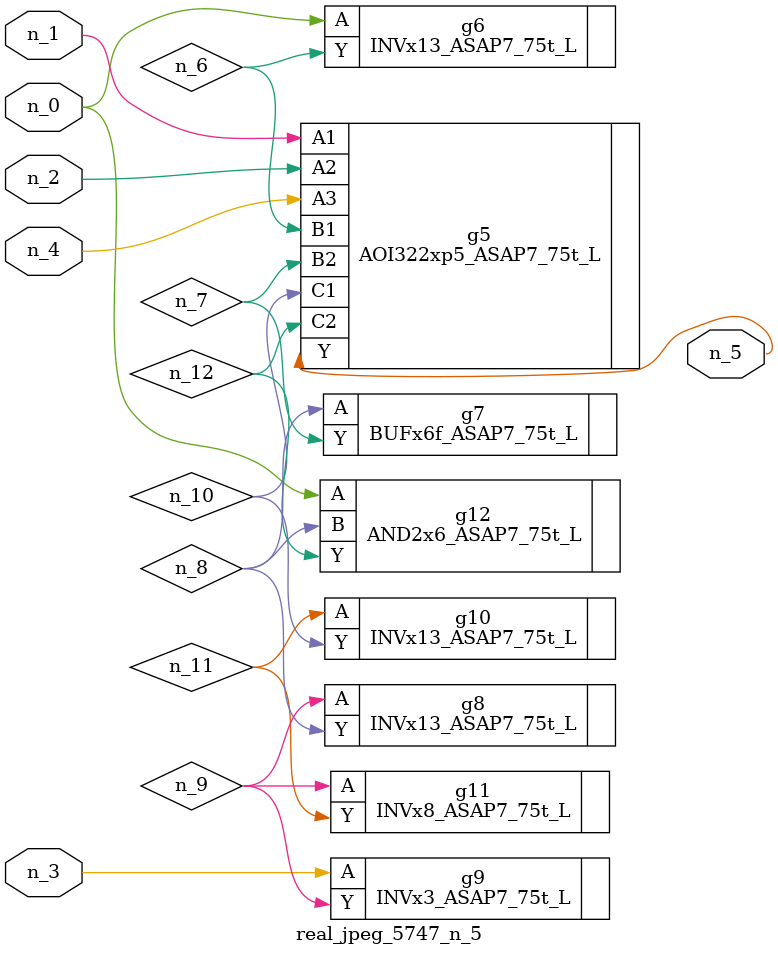
<source format=v>
module real_jpeg_5747_n_5 (n_4, n_0, n_1, n_2, n_3, n_5);

input n_4;
input n_0;
input n_1;
input n_2;
input n_3;

output n_5;

wire n_12;
wire n_8;
wire n_11;
wire n_6;
wire n_7;
wire n_10;
wire n_9;

INVx13_ASAP7_75t_L g6 ( 
.A(n_0),
.Y(n_6)
);

AND2x6_ASAP7_75t_L g12 ( 
.A(n_0),
.B(n_8),
.Y(n_12)
);

AOI322xp5_ASAP7_75t_L g5 ( 
.A1(n_1),
.A2(n_2),
.A3(n_4),
.B1(n_6),
.B2(n_7),
.C1(n_10),
.C2(n_12),
.Y(n_5)
);

INVx3_ASAP7_75t_L g9 ( 
.A(n_3),
.Y(n_9)
);

BUFx6f_ASAP7_75t_L g7 ( 
.A(n_8),
.Y(n_7)
);

INVx13_ASAP7_75t_L g8 ( 
.A(n_9),
.Y(n_8)
);

INVx8_ASAP7_75t_L g11 ( 
.A(n_9),
.Y(n_11)
);

INVx13_ASAP7_75t_L g10 ( 
.A(n_11),
.Y(n_10)
);


endmodule
</source>
